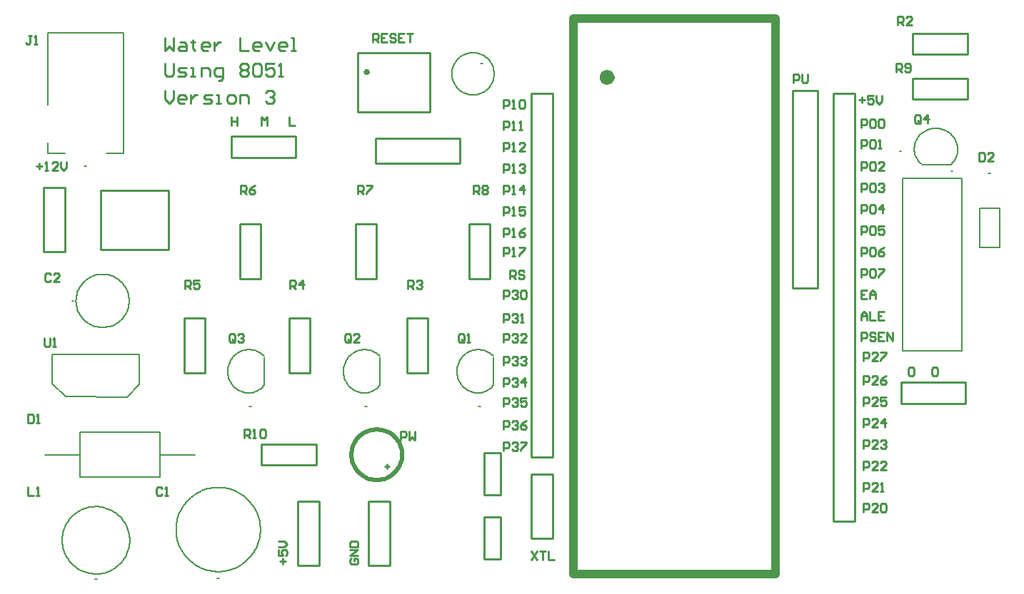
<source format=gto>
G04*
G04 #@! TF.GenerationSoftware,Altium Limited,Altium Designer,18.1.6 (161)*
G04*
G04 Layer_Color=65535*
%FSLAX25Y25*%
%MOIN*%
G70*
G01*
G75*
%ADD10C,0.00500*%
%ADD11C,0.00787*%
%ADD12C,0.01968*%
%ADD13C,0.01000*%
%ADD14C,0.00984*%
%ADD15C,0.00600*%
%ADD16C,0.03937*%
G36*
X166205Y241937D02*
X166009D01*
X165647Y242087D01*
X165370Y242364D01*
X165220Y242725D01*
Y242921D01*
Y243117D01*
X165370Y243479D01*
X165647Y243756D01*
X166009Y243905D01*
X166205D01*
X166401D01*
X166762Y243756D01*
X167039Y243479D01*
X167189Y243117D01*
Y242921D01*
Y242725D01*
X167039Y242364D01*
X166762Y242087D01*
X166401Y241937D01*
X166205D01*
D01*
D02*
G37*
G36*
X278504Y237890D02*
X278012D01*
X277103Y238266D01*
X276408Y238962D01*
X276031Y239870D01*
Y240362D01*
Y240854D01*
X276408Y241763D01*
X277103Y242458D01*
X278012Y242835D01*
X278504D01*
X278996D01*
X279905Y242458D01*
X280600Y241763D01*
X280976Y240854D01*
Y240362D01*
Y239870D01*
X280600Y238962D01*
X279905Y238266D01*
X278996Y237890D01*
X278504D01*
D01*
D02*
G37*
D10*
X421764Y207181D02*
X421812Y206227D01*
X421956Y205283D01*
X422195Y204359D01*
X422526Y203463D01*
X422946Y202605D01*
X423450Y201794D01*
X424033Y201038D01*
X424690Y200345D01*
X425413Y199721D01*
X442169Y207173D02*
X442050Y208150D01*
X441838Y209110D01*
X441535Y210046D01*
X441142Y210948D01*
X440665Y211808D01*
X440107Y212618D01*
X439473Y213370D01*
X438770Y214058D01*
X438004Y214675D01*
X437182Y215215D01*
X436312Y215673D01*
X435402Y216046D01*
X434460Y216329D01*
X433495Y216520D01*
X432516Y216617D01*
X431532Y216619D01*
X430553Y216527D01*
X429587Y216340D01*
X428644Y216061D01*
X427732Y215693D01*
X426860Y215239D01*
X426035Y214702D01*
X425266Y214089D01*
X424560Y213404D01*
X423923Y212655D01*
X423361Y211847D01*
X422880Y210989D01*
X422484Y210089D01*
X422176Y209155D01*
X421960Y208195D01*
X421837Y207220D01*
X439087Y199701D02*
X439820Y200438D01*
X440467Y201252D01*
X441021Y202132D01*
X441476Y203067D01*
X441824Y204046D01*
X442063Y205058D01*
X442190Y206090D01*
X442202Y207130D01*
X116685Y29000D02*
X116660Y29997D01*
X116584Y30992D01*
X116458Y31981D01*
X116282Y32963D01*
X116057Y33934D01*
X115782Y34893D01*
X115460Y35837D01*
X115090Y36763D01*
X114673Y37669D01*
X114212Y38553D01*
X113706Y39413D01*
X113157Y40245D01*
X112566Y41049D01*
X111936Y41822D01*
X111268Y42562D01*
X110562Y43268D01*
X109822Y43936D01*
X109049Y44566D01*
X108245Y45157D01*
X107413Y45706D01*
X106553Y46211D01*
X105669Y46673D01*
X104763Y47090D01*
X103837Y47460D01*
X102893Y47782D01*
X101934Y48057D01*
X100963Y48282D01*
X99981Y48458D01*
X98992Y48584D01*
X97997Y48660D01*
X97000Y48685D01*
X96003Y48660D01*
X95008Y48584D01*
X94019Y48458D01*
X93037Y48282D01*
X92066Y48057D01*
X91107Y47782D01*
X90163Y47460D01*
X89237Y47090D01*
X88331Y46673D01*
X87447Y46211D01*
X86587Y45706D01*
X85755Y45157D01*
X84951Y44566D01*
X84178Y43936D01*
X83438Y43268D01*
X82732Y42562D01*
X82064Y41822D01*
X81433Y41049D01*
X80843Y40245D01*
X80294Y39413D01*
X79788Y38553D01*
X79327Y37669D01*
X78910Y36763D01*
X78540Y35837D01*
X78218Y34893D01*
X77943Y33934D01*
X77718Y32963D01*
X77542Y31981D01*
X77416Y30992D01*
X77340Y29997D01*
X77315Y29000D01*
X77340Y28003D01*
X77416Y27009D01*
X77542Y26019D01*
X77718Y25037D01*
X77943Y24066D01*
X78218Y23107D01*
X78540Y22163D01*
X78910Y21237D01*
X79327Y20331D01*
X79789Y19447D01*
X80294Y18587D01*
X80843Y17754D01*
X81434Y16951D01*
X82064Y16178D01*
X82732Y15438D01*
X83438Y14732D01*
X84178Y14064D01*
X84951Y13433D01*
X85755Y12843D01*
X86587Y12294D01*
X87447Y11788D01*
X88331Y11327D01*
X89237Y10910D01*
X90163Y10540D01*
X91107Y10218D01*
X92066Y9943D01*
X93037Y9718D01*
X94019Y9542D01*
X95009Y9416D01*
X96003Y9340D01*
X97000Y9315D01*
X97997Y9340D01*
X98992Y9416D01*
X99981Y9542D01*
X100963Y9718D01*
X101934Y9943D01*
X102893Y10218D01*
X103837Y10540D01*
X104763Y10910D01*
X105669Y11327D01*
X106553Y11789D01*
X107413Y12294D01*
X108246Y12843D01*
X109049Y13434D01*
X109822Y14064D01*
X110562Y14732D01*
X111268Y15438D01*
X111936Y16178D01*
X112566Y16951D01*
X113157Y17755D01*
X113706Y18587D01*
X114212Y19447D01*
X114673Y20331D01*
X115090Y21237D01*
X115460Y22163D01*
X115782Y23107D01*
X116057Y24066D01*
X116282Y25038D01*
X116458Y26019D01*
X116584Y27009D01*
X116660Y28003D01*
X116685Y29000D01*
X55669Y24000D02*
X55638Y24999D01*
X55543Y25994D01*
X55385Y26980D01*
X55164Y27955D01*
X54883Y28914D01*
X54541Y29853D01*
X54141Y30768D01*
X53683Y31657D01*
X53169Y32514D01*
X52603Y33337D01*
X51985Y34123D01*
X51319Y34867D01*
X50607Y35568D01*
X49851Y36223D01*
X49056Y36828D01*
X48224Y37382D01*
X47359Y37881D01*
X46463Y38325D01*
X45542Y38711D01*
X44597Y39038D01*
X43634Y39304D01*
X42656Y39509D01*
X41667Y39651D01*
X40671Y39730D01*
X39671Y39746D01*
X38673Y39698D01*
X37680Y39588D01*
X36696Y39414D01*
X35725Y39179D01*
X34771Y38882D01*
X33837Y38525D01*
X32928Y38110D01*
X32047Y37638D01*
X31198Y37111D01*
X30384Y36532D01*
X29609Y35902D01*
X28874Y35223D01*
X28185Y34500D01*
X27542Y33735D01*
X26950Y32930D01*
X26410Y32089D01*
X25924Y31216D01*
X25494Y30314D01*
X25123Y29386D01*
X24811Y28437D01*
X24560Y27470D01*
X24371Y26488D01*
X24245Y25497D01*
X24181Y24500D01*
Y23500D01*
X24245Y22503D01*
X24371Y21512D01*
X24560Y20530D01*
X24811Y19563D01*
X25123Y18614D01*
X25494Y17686D01*
X25924Y16784D01*
X26410Y15911D01*
X26950Y15070D01*
X27542Y14265D01*
X28185Y13500D01*
X28874Y12776D01*
X29609Y12098D01*
X30384Y11468D01*
X31198Y10889D01*
X32047Y10362D01*
X32928Y9890D01*
X33837Y9475D01*
X34771Y9118D01*
X35725Y8821D01*
X36696Y8586D01*
X37680Y8412D01*
X38673Y8302D01*
X39671Y8254D01*
X40671Y8270D01*
X41667Y8349D01*
X42656Y8491D01*
X43634Y8696D01*
X44597Y8962D01*
X45542Y9289D01*
X46463Y9675D01*
X47359Y10119D01*
X48224Y10618D01*
X49056Y11172D01*
X49851Y11777D01*
X50606Y12432D01*
X51319Y13133D01*
X51985Y13877D01*
X52603Y14663D01*
X53169Y15486D01*
X53683Y16343D01*
X54141Y17232D01*
X54541Y18147D01*
X54883Y19086D01*
X55164Y20045D01*
X55385Y21020D01*
X55543Y22006D01*
X55638Y23001D01*
X55669Y24000D01*
X110819Y92744D02*
X111773Y92792D01*
X112717Y92937D01*
X113641Y93175D01*
X114537Y93506D01*
X115395Y93926D01*
X116206Y94430D01*
X116962Y95013D01*
X117655Y95670D01*
X118279Y96393D01*
X110827Y113149D02*
X109850Y113031D01*
X108890Y112819D01*
X107954Y112515D01*
X107052Y112123D01*
X106192Y111645D01*
X105382Y111087D01*
X104630Y110454D01*
X103942Y109751D01*
X103325Y108984D01*
X102785Y108163D01*
X102327Y107292D01*
X101954Y106382D01*
X101671Y105440D01*
X101480Y104475D01*
X101383Y103496D01*
X101381Y102513D01*
X101473Y101533D01*
X101660Y100568D01*
X101939Y99624D01*
X102307Y98712D01*
X102761Y97840D01*
X103298Y97016D01*
X103911Y96247D01*
X104596Y95540D01*
X105345Y94903D01*
X106153Y94342D01*
X107011Y93861D01*
X107911Y93464D01*
X108845Y93156D01*
X109804Y92940D01*
X110780Y92817D01*
X118299Y110067D02*
X117562Y110800D01*
X116748Y111448D01*
X115868Y112002D01*
X114933Y112456D01*
X113954Y112805D01*
X112942Y113044D01*
X111910Y113170D01*
X110870Y113182D01*
X164819Y92744D02*
X165773Y92792D01*
X166717Y92937D01*
X167641Y93175D01*
X168537Y93506D01*
X169395Y93926D01*
X170206Y94430D01*
X170962Y95013D01*
X171655Y95670D01*
X172279Y96393D01*
X164827Y113149D02*
X163850Y113031D01*
X162890Y112819D01*
X161954Y112515D01*
X161052Y112123D01*
X160192Y111645D01*
X159382Y111087D01*
X158630Y110454D01*
X157942Y109751D01*
X157325Y108984D01*
X156785Y108163D01*
X156326Y107292D01*
X155954Y106382D01*
X155671Y105440D01*
X155480Y104475D01*
X155383Y103496D01*
X155381Y102513D01*
X155473Y101533D01*
X155660Y100568D01*
X155939Y99624D01*
X156307Y98712D01*
X156761Y97840D01*
X157298Y97016D01*
X157911Y96247D01*
X158596Y95540D01*
X159345Y94903D01*
X160153Y94342D01*
X161011Y93861D01*
X161911Y93464D01*
X162845Y93156D01*
X163804Y92940D01*
X164780Y92817D01*
X172299Y110067D02*
X171562Y110800D01*
X170748Y111448D01*
X169869Y112002D01*
X168933Y112456D01*
X167954Y112805D01*
X166942Y113044D01*
X165910Y113170D01*
X164870Y113182D01*
X217819Y92744D02*
X218773Y92792D01*
X219717Y92937D01*
X220641Y93175D01*
X221537Y93506D01*
X222395Y93926D01*
X223206Y94430D01*
X223962Y95013D01*
X224655Y95670D01*
X225279Y96393D01*
X217827Y113149D02*
X216850Y113031D01*
X215890Y112819D01*
X214954Y112515D01*
X214052Y112123D01*
X213192Y111645D01*
X212382Y111087D01*
X211630Y110454D01*
X210942Y109751D01*
X210325Y108984D01*
X209785Y108163D01*
X209327Y107292D01*
X208954Y106382D01*
X208671Y105440D01*
X208480Y104475D01*
X208383Y103496D01*
X208381Y102513D01*
X208473Y101533D01*
X208660Y100568D01*
X208939Y99624D01*
X209307Y98712D01*
X209761Y97840D01*
X210298Y97016D01*
X210911Y96247D01*
X211596Y95540D01*
X212345Y94903D01*
X213153Y94342D01*
X214011Y93861D01*
X214911Y93464D01*
X215845Y93156D01*
X216805Y92940D01*
X217780Y92817D01*
X225299Y110067D02*
X224562Y110800D01*
X223748Y111448D01*
X222868Y112002D01*
X221933Y112456D01*
X220954Y112805D01*
X219942Y113044D01*
X218910Y113170D01*
X217870Y113182D01*
X430425Y199701D02*
X433575D01*
X425701D02*
X428850D01*
X435150D02*
X438693D01*
X428850D02*
X430425D01*
X433575D02*
X435150D01*
X452354Y179124D02*
X461646D01*
X452354Y160876D02*
Y179124D01*
Y160876D02*
X461646D01*
Y179124D01*
X444031Y112638D02*
Y193347D01*
X416472Y112638D02*
Y193347D01*
Y112638D02*
X416492D01*
X425508D02*
X444031D01*
X416472Y193347D02*
X416492D01*
X444012D02*
X444031D01*
X425508D02*
X434996D01*
X416492Y112638D02*
X425508D01*
X416492Y193347D02*
X425508D01*
X434996D02*
X444012D01*
X118299Y101406D02*
Y104555D01*
Y96681D02*
Y99831D01*
Y106130D02*
Y109673D01*
Y99831D02*
Y101406D01*
Y104555D02*
Y106130D01*
X172299Y101406D02*
Y104555D01*
Y96681D02*
Y99831D01*
Y106130D02*
Y109673D01*
Y99831D02*
Y101406D01*
Y104555D02*
Y106130D01*
X225299Y101406D02*
Y104555D01*
Y96681D02*
Y99831D01*
Y106130D02*
Y109673D01*
Y99831D02*
Y101406D01*
Y104555D02*
Y106130D01*
D11*
X415902Y206000D02*
X415114D01*
X415902D01*
X457394Y195591D02*
X456606D01*
X457394D01*
X439898Y196398D02*
X439110D01*
X439898D01*
X97394Y6362D02*
X96606D01*
X97394D01*
X40315Y5890D02*
X39528D01*
X40315D01*
X55402Y135902D02*
X55361Y136899D01*
X55241Y137891D01*
X55041Y138870D01*
X54763Y139829D01*
X54409Y140763D01*
X53981Y141665D01*
X53482Y142530D01*
X52914Y143352D01*
X52283Y144125D01*
X51591Y144846D01*
X50843Y145508D01*
X50045Y146108D01*
X49201Y146642D01*
X48316Y147106D01*
X47398Y147497D01*
X46450Y147813D01*
X45481Y148053D01*
X44495Y148213D01*
X43499Y148293D01*
X42501D01*
X41505Y148213D01*
X40519Y148053D01*
X39550Y147813D01*
X38602Y147497D01*
X37683Y147106D01*
X36799Y146642D01*
X35955Y146108D01*
X35157Y145508D01*
X34409Y144846D01*
X33717Y144125D01*
X33086Y143352D01*
X32518Y142530D01*
X32019Y141665D01*
X31591Y140763D01*
X31237Y139829D01*
X30959Y138870D01*
X30759Y137891D01*
X30639Y136899D01*
X30598Y135902D01*
X30639Y134904D01*
X30759Y133912D01*
X30959Y132934D01*
X31237Y131974D01*
X31591Y131041D01*
X32019Y130138D01*
X32518Y129273D01*
X33086Y128451D01*
X33717Y127678D01*
X34409Y126957D01*
X35157Y126295D01*
X35955Y125695D01*
X36799Y125162D01*
X37684Y124697D01*
X38602Y124306D01*
X39550Y123990D01*
X40519Y123751D01*
X41505Y123590D01*
X42501Y123510D01*
X43499D01*
X44495Y123590D01*
X45481Y123751D01*
X46450Y123990D01*
X47398Y124306D01*
X48316Y124697D01*
X49201Y125162D01*
X50045Y125695D01*
X50843Y126295D01*
X51591Y126957D01*
X52283Y127678D01*
X52914Y128451D01*
X53482Y129273D01*
X53981Y130138D01*
X54409Y131041D01*
X54763Y131974D01*
X55041Y132934D01*
X55241Y133912D01*
X55361Y134904D01*
X55402Y135902D01*
X29417Y136000D02*
X28630D01*
X29417D01*
X35394Y198929D02*
X34606D01*
X35394D01*
X112394Y86488D02*
X111606D01*
X112394D01*
X166394D02*
X165606D01*
X166394D01*
X219394D02*
X218606D01*
X219394D01*
X220331Y246965D02*
X219543D01*
X220331D01*
X225744Y242043D02*
X225694Y243039D01*
X225543Y244025D01*
X225293Y244990D01*
X224946Y245925D01*
X224507Y246820D01*
X223980Y247666D01*
X223370Y248454D01*
X222683Y249177D01*
X221926Y249827D01*
X221108Y250396D01*
X220236Y250880D01*
X219320Y251273D01*
X218369Y251572D01*
X217392Y251772D01*
X216400Y251873D01*
X215403D01*
X214411Y251772D01*
X213435Y251572D01*
X212483Y251273D01*
X211567Y250880D01*
X210695Y250396D01*
X209877Y249827D01*
X209120Y249177D01*
X208434Y248454D01*
X207823Y247666D01*
X207296Y246820D01*
X206857Y245925D01*
X206510Y244990D01*
X206260Y244025D01*
X206109Y243039D01*
X206059Y242043D01*
X206109Y241048D01*
X206260Y240062D01*
X206510Y239097D01*
X206857Y238162D01*
X207296Y237267D01*
X207823Y236421D01*
X208434Y235632D01*
X209120Y234910D01*
X209877Y234260D01*
X210695Y233691D01*
X211567Y233207D01*
X212483Y232814D01*
X213435Y232515D01*
X214411Y232314D01*
X215403Y232213D01*
X216400D01*
X217392Y232314D01*
X218369Y232515D01*
X219320Y232814D01*
X220236Y233207D01*
X221108Y233691D01*
X221926Y234260D01*
X222683Y234910D01*
X223370Y235632D01*
X223980Y236421D01*
X224507Y237267D01*
X224946Y238162D01*
X225293Y239097D01*
X225543Y240062D01*
X225694Y241048D01*
X225744Y242043D01*
X32299Y53567D02*
X69701D01*
X32299D02*
Y74433D01*
X69701D01*
Y53567D02*
Y74433D01*
X69898Y64000D02*
X86000D01*
X16000D02*
X32102D01*
X44646Y204835D02*
X52716D01*
X17284Y261134D02*
X52716D01*
X17284Y227472D02*
Y261134D01*
Y204835D02*
X25354D01*
X17284D02*
Y209756D01*
X52716Y204835D02*
Y261134D01*
D12*
X280976Y240362D02*
X280788Y241308D01*
X280252Y242110D01*
X279450Y242647D01*
X278504Y242835D01*
X277558Y242647D01*
X276756Y242110D01*
X276220Y241308D01*
X276031Y240362D01*
X276220Y239416D01*
X276756Y238614D01*
X277558Y238078D01*
X278504Y237890D01*
X279450Y238078D01*
X280252Y238614D01*
X280788Y239416D01*
X280976Y240362D01*
X182811Y64000D02*
X182768Y65002D01*
X182641Y65996D01*
X182430Y66976D01*
X182136Y67935D01*
X181763Y68865D01*
X181311Y69760D01*
X180786Y70614D01*
X180189Y71420D01*
X179527Y72172D01*
X178803Y72866D01*
X178023Y73496D01*
X177193Y74057D01*
X176317Y74546D01*
X175404Y74959D01*
X174459Y75293D01*
X173488Y75546D01*
X172500Y75715D01*
X171501Y75800D01*
X170499D01*
X169500Y75715D01*
X168512Y75546D01*
X167542Y75293D01*
X166596Y74959D01*
X165683Y74546D01*
X164807Y74057D01*
X163977Y73496D01*
X163197Y72866D01*
X162473Y72172D01*
X161811Y71420D01*
X161214Y70614D01*
X160689Y69760D01*
X160238Y68865D01*
X159864Y67935D01*
X159570Y66976D01*
X159359Y65996D01*
X159231Y65002D01*
X159189Y64000D01*
X159231Y62998D01*
X159359Y62004D01*
X159570Y61024D01*
X159864Y60065D01*
X160238Y59135D01*
X160689Y58240D01*
X161214Y57386D01*
X161811Y56580D01*
X162473Y55827D01*
X163197Y55134D01*
X163977Y54504D01*
X164807Y53943D01*
X165683Y53454D01*
X166596Y53041D01*
X167542Y52707D01*
X168512Y52454D01*
X169500Y52285D01*
X170499Y52200D01*
X171501D01*
X172500Y52285D01*
X173488Y52454D01*
X174459Y52707D01*
X175404Y53041D01*
X176317Y53454D01*
X177193Y53943D01*
X178023Y54504D01*
X178803Y55134D01*
X179527Y55827D01*
X180189Y56580D01*
X180786Y57386D01*
X181311Y58240D01*
X181763Y59135D01*
X182136Y60065D01*
X182430Y61024D01*
X182641Y62004D01*
X182768Y62998D01*
X182811Y64000D01*
D13*
X167189Y242921D02*
X166697Y243774D01*
X165713D01*
X165220Y242921D01*
X165713Y242069D01*
X166697D01*
X167189Y242921D01*
X170921Y146205D02*
Y171795D01*
X161079Y146205D02*
X170921D01*
X161079D02*
Y171795D01*
X170921D01*
X223921Y146205D02*
Y171795D01*
X214079Y146205D02*
X223921D01*
X214079D02*
Y171795D01*
X223921D01*
X117205Y59079D02*
X142795D01*
X117205D02*
Y68921D01*
X142795D01*
Y59079D02*
Y68921D01*
X421224Y230079D02*
X446815D01*
X421224D02*
Y239921D01*
X446815D01*
Y230079D02*
Y239921D01*
X421224Y260921D02*
X446815D01*
Y251079D02*
Y260921D01*
X421224Y251079D02*
X446815D01*
X421224D02*
Y260921D01*
X73748Y159827D02*
Y187386D01*
X42252Y159827D02*
X73748D01*
X42252D02*
Y187386D01*
X73748D01*
X116921Y146205D02*
Y171795D01*
X107079Y146205D02*
X116921D01*
X107079D02*
Y171795D01*
X116921D01*
X90921Y102205D02*
Y127795D01*
X81079Y102205D02*
X90921D01*
X81079D02*
Y127795D01*
X90921D01*
X139921Y102205D02*
Y127795D01*
X130079Y102205D02*
X139921D01*
X130079D02*
Y127795D01*
X139921D01*
X194921Y102205D02*
Y127795D01*
X185079Y102205D02*
X194921D01*
X185079D02*
Y127795D01*
X194921D01*
X365094Y141740D02*
Y234260D01*
Y141740D02*
X376905D01*
Y234260D01*
X365094D02*
X376905D01*
X221063Y45158D02*
Y64842D01*
X228937Y45158D02*
Y64842D01*
X221063Y64842D02*
X228937Y64842D01*
X221063Y45158D02*
X228937D01*
X221063Y15157D02*
Y34843D01*
X228937Y15157D02*
Y34843D01*
X221063Y34843D02*
X228937Y34843D01*
X221063Y15157D02*
X228937D01*
X162268Y251780D02*
X195732D01*
X162268Y224220D02*
Y251780D01*
Y224220D02*
X195732D01*
Y251780D01*
X170315Y200095D02*
X209685D01*
X170315D02*
Y211906D01*
X209685D01*
Y200095D02*
Y211906D01*
X230000Y66000D02*
Y69999D01*
X231999D01*
X232666Y69332D01*
Y67999D01*
X231999Y67333D01*
X230000D01*
X233999Y69332D02*
X234665Y69999D01*
X235998D01*
X236665Y69332D01*
Y68666D01*
X235998Y67999D01*
X235332D01*
X235998D01*
X236665Y67333D01*
Y66666D01*
X235998Y66000D01*
X234665D01*
X233999Y66666D01*
X237997Y69999D02*
X240663D01*
Y69332D01*
X237997Y66666D01*
Y66000D01*
X230000Y76000D02*
Y79999D01*
X231999D01*
X232666Y79332D01*
Y77999D01*
X231999Y77333D01*
X230000D01*
X233999Y79332D02*
X234665Y79999D01*
X235998D01*
X236665Y79332D01*
Y78666D01*
X235998Y77999D01*
X235332D01*
X235998D01*
X236665Y77333D01*
Y76666D01*
X235998Y76000D01*
X234665D01*
X233999Y76666D01*
X240663Y79999D02*
X239330Y79332D01*
X237997Y77999D01*
Y76666D01*
X238664Y76000D01*
X239997D01*
X240663Y76666D01*
Y77333D01*
X239997Y77999D01*
X237997D01*
X230000Y86488D02*
Y90487D01*
X231999D01*
X232666Y89820D01*
Y88487D01*
X231999Y87821D01*
X230000D01*
X233999Y89820D02*
X234665Y90487D01*
X235998D01*
X236665Y89820D01*
Y89154D01*
X235998Y88487D01*
X235332D01*
X235998D01*
X236665Y87821D01*
Y87155D01*
X235998Y86488D01*
X234665D01*
X233999Y87155D01*
X240663Y90487D02*
X237997D01*
Y88487D01*
X239330Y89154D01*
X239997D01*
X240663Y88487D01*
Y87155D01*
X239997Y86488D01*
X238664D01*
X237997Y87155D01*
X230000Y96000D02*
Y99999D01*
X231999D01*
X232666Y99332D01*
Y97999D01*
X231999Y97333D01*
X230000D01*
X233999Y99332D02*
X234665Y99999D01*
X235998D01*
X236665Y99332D01*
Y98666D01*
X235998Y97999D01*
X235332D01*
X235998D01*
X236665Y97333D01*
Y96666D01*
X235998Y96000D01*
X234665D01*
X233999Y96666D01*
X239997Y96000D02*
Y99999D01*
X237997Y97999D01*
X240663D01*
X230000Y106000D02*
Y109999D01*
X231999D01*
X232666Y109332D01*
Y107999D01*
X231999Y107333D01*
X230000D01*
X233999Y109332D02*
X234665Y109999D01*
X235998D01*
X236665Y109332D01*
Y108666D01*
X235998Y107999D01*
X235332D01*
X235998D01*
X236665Y107333D01*
Y106667D01*
X235998Y106000D01*
X234665D01*
X233999Y106667D01*
X237997Y109332D02*
X238664Y109999D01*
X239997D01*
X240663Y109332D01*
Y108666D01*
X239997Y107999D01*
X239330D01*
X239997D01*
X240663Y107333D01*
Y106667D01*
X239997Y106000D01*
X238664D01*
X237997Y106667D01*
X230000Y116480D02*
Y120479D01*
X231999D01*
X232666Y119813D01*
Y118480D01*
X231999Y117813D01*
X230000D01*
X233999Y119813D02*
X234665Y120479D01*
X235998D01*
X236665Y119813D01*
Y119146D01*
X235998Y118480D01*
X235332D01*
X235998D01*
X236665Y117813D01*
Y117147D01*
X235998Y116480D01*
X234665D01*
X233999Y117147D01*
X240663Y116480D02*
X237997D01*
X240663Y119146D01*
Y119813D01*
X239997Y120479D01*
X238664D01*
X237997Y119813D01*
X230000Y126000D02*
Y129999D01*
X231999D01*
X232666Y129332D01*
Y127999D01*
X231999Y127333D01*
X230000D01*
X233999Y129332D02*
X234665Y129999D01*
X235998D01*
X236665Y129332D01*
Y128666D01*
X235998Y127999D01*
X235332D01*
X235998D01*
X236665Y127333D01*
Y126666D01*
X235998Y126000D01*
X234665D01*
X233999Y126666D01*
X237997Y126000D02*
X239330D01*
X238664D01*
Y129999D01*
X237997Y129332D01*
X230000Y137000D02*
Y140999D01*
X231999D01*
X232666Y140332D01*
Y138999D01*
X231999Y138333D01*
X230000D01*
X233999Y140332D02*
X234665Y140999D01*
X235998D01*
X236665Y140332D01*
Y139666D01*
X235998Y138999D01*
X235332D01*
X235998D01*
X236665Y138333D01*
Y137666D01*
X235998Y137000D01*
X234665D01*
X233999Y137666D01*
X237997Y140332D02*
X238664Y140999D01*
X239997D01*
X240663Y140332D01*
Y137666D01*
X239997Y137000D01*
X238664D01*
X237997Y137666D01*
Y140332D01*
X233000Y146205D02*
Y150203D01*
X234999D01*
X235666Y149537D01*
Y148204D01*
X234999Y147538D01*
X233000D01*
X234333D02*
X235666Y146205D01*
X239665Y149537D02*
X238998Y150203D01*
X237665D01*
X236999Y149537D01*
Y148871D01*
X237665Y148204D01*
X238998D01*
X239665Y147538D01*
Y146871D01*
X238998Y146205D01*
X237665D01*
X236999Y146871D01*
X230000Y157000D02*
Y160999D01*
X231999D01*
X232666Y160332D01*
Y158999D01*
X231999Y158333D01*
X230000D01*
X233999Y157000D02*
X235332D01*
X234665D01*
Y160999D01*
X233999Y160332D01*
X237331Y160999D02*
X239997D01*
Y160332D01*
X237331Y157667D01*
Y157000D01*
X230000Y166000D02*
Y169999D01*
X231999D01*
X232666Y169332D01*
Y167999D01*
X231999Y167333D01*
X230000D01*
X233999Y166000D02*
X235332D01*
X234665D01*
Y169999D01*
X233999Y169332D01*
X239997Y169999D02*
X238664Y169332D01*
X237331Y167999D01*
Y166666D01*
X237997Y166000D01*
X239330D01*
X239997Y166666D01*
Y167333D01*
X239330Y167999D01*
X237331D01*
X230000Y176000D02*
Y179999D01*
X231999D01*
X232666Y179332D01*
Y177999D01*
X231999Y177333D01*
X230000D01*
X233999Y176000D02*
X235332D01*
X234665D01*
Y179999D01*
X233999Y179332D01*
X239997Y179999D02*
X237331D01*
Y177999D01*
X238664Y178666D01*
X239330D01*
X239997Y177999D01*
Y176666D01*
X239330Y176000D01*
X237997D01*
X237331Y176666D01*
X230000Y186000D02*
Y189999D01*
X231999D01*
X232666Y189332D01*
Y187999D01*
X231999Y187333D01*
X230000D01*
X233999Y186000D02*
X235332D01*
X234665D01*
Y189999D01*
X233999Y189332D01*
X239330Y186000D02*
Y189999D01*
X237331Y187999D01*
X239997D01*
X230000Y196000D02*
Y199999D01*
X231999D01*
X232666Y199332D01*
Y197999D01*
X231999Y197333D01*
X230000D01*
X233999Y196000D02*
X235332D01*
X234665D01*
Y199999D01*
X233999Y199332D01*
X237331D02*
X237997Y199999D01*
X239330D01*
X239997Y199332D01*
Y198666D01*
X239330Y197999D01*
X238664D01*
X239330D01*
X239997Y197333D01*
Y196667D01*
X239330Y196000D01*
X237997D01*
X237331Y196667D01*
X230000Y206000D02*
Y209999D01*
X231999D01*
X232666Y209332D01*
Y207999D01*
X231999Y207333D01*
X230000D01*
X233999Y206000D02*
X235332D01*
X234665D01*
Y209999D01*
X233999Y209332D01*
X239997Y206000D02*
X237331D01*
X239997Y208666D01*
Y209332D01*
X239330Y209999D01*
X237997D01*
X237331Y209332D01*
X230000Y216000D02*
Y219999D01*
X231999D01*
X232666Y219332D01*
Y217999D01*
X231999Y217333D01*
X230000D01*
X233999Y216000D02*
X235332D01*
X234665D01*
Y219999D01*
X233999Y219332D01*
X237331Y216000D02*
X238664D01*
X237997D01*
Y219999D01*
X237331Y219332D01*
X230000Y226000D02*
Y229999D01*
X231999D01*
X232666Y229332D01*
Y227999D01*
X231999Y227333D01*
X230000D01*
X233999Y226000D02*
X235332D01*
X234665D01*
Y229999D01*
X233999Y229332D01*
X237331D02*
X237997Y229999D01*
X239330D01*
X239997Y229332D01*
Y226666D01*
X239330Y226000D01*
X237997D01*
X237331Y226666D01*
Y229332D01*
X398000Y108000D02*
Y111999D01*
X399999D01*
X400666Y111332D01*
Y109999D01*
X399999Y109333D01*
X398000D01*
X404665Y108000D02*
X401999D01*
X404665Y110666D01*
Y111332D01*
X403998Y111999D01*
X402665D01*
X401999Y111332D01*
X405997Y111999D02*
X408663D01*
Y111332D01*
X405997Y108667D01*
Y108000D01*
X398000Y97000D02*
Y100999D01*
X399999D01*
X400666Y100332D01*
Y98999D01*
X399999Y98333D01*
X398000D01*
X404665Y97000D02*
X401999D01*
X404665Y99666D01*
Y100332D01*
X403998Y100999D01*
X402665D01*
X401999Y100332D01*
X408663Y100999D02*
X407330Y100332D01*
X405997Y98999D01*
Y97666D01*
X406664Y97000D01*
X407997D01*
X408663Y97666D01*
Y98333D01*
X407997Y98999D01*
X405997D01*
X398000Y87000D02*
Y90999D01*
X399999D01*
X400666Y90332D01*
Y88999D01*
X399999Y88333D01*
X398000D01*
X404665Y87000D02*
X401999D01*
X404665Y89666D01*
Y90332D01*
X403998Y90999D01*
X402665D01*
X401999Y90332D01*
X408663Y90999D02*
X405997D01*
Y88999D01*
X407330Y89666D01*
X407997D01*
X408663Y88999D01*
Y87666D01*
X407997Y87000D01*
X406664D01*
X405997Y87666D01*
X398000Y77000D02*
Y80999D01*
X399999D01*
X400666Y80332D01*
Y78999D01*
X399999Y78333D01*
X398000D01*
X404665Y77000D02*
X401999D01*
X404665Y79666D01*
Y80332D01*
X403998Y80999D01*
X402665D01*
X401999Y80332D01*
X407997Y77000D02*
Y80999D01*
X405997Y78999D01*
X408663D01*
X398000Y67000D02*
Y70999D01*
X399999D01*
X400666Y70332D01*
Y68999D01*
X399999Y68333D01*
X398000D01*
X404665Y67000D02*
X401999D01*
X404665Y69666D01*
Y70332D01*
X403998Y70999D01*
X402665D01*
X401999Y70332D01*
X405997D02*
X406664Y70999D01*
X407997D01*
X408663Y70332D01*
Y69666D01*
X407997Y68999D01*
X407330D01*
X407997D01*
X408663Y68333D01*
Y67666D01*
X407997Y67000D01*
X406664D01*
X405997Y67666D01*
X398000Y57000D02*
Y60999D01*
X399999D01*
X400666Y60332D01*
Y58999D01*
X399999Y58333D01*
X398000D01*
X404665Y57000D02*
X401999D01*
X404665Y59666D01*
Y60332D01*
X403998Y60999D01*
X402665D01*
X401999Y60332D01*
X408663Y57000D02*
X405997D01*
X408663Y59666D01*
Y60332D01*
X407997Y60999D01*
X406664D01*
X405997Y60332D01*
X398000Y47000D02*
Y50999D01*
X399999D01*
X400666Y50332D01*
Y48999D01*
X399999Y48333D01*
X398000D01*
X404665Y47000D02*
X401999D01*
X404665Y49666D01*
Y50332D01*
X403998Y50999D01*
X402665D01*
X401999Y50332D01*
X405997Y47000D02*
X407330D01*
X406664D01*
Y50999D01*
X405997Y50332D01*
X398000Y37118D02*
Y41117D01*
X399999D01*
X400666Y40450D01*
Y39118D01*
X399999Y38451D01*
X398000D01*
X404665Y37118D02*
X401999D01*
X404665Y39784D01*
Y40450D01*
X403998Y41117D01*
X402665D01*
X401999Y40450D01*
X405997D02*
X406664Y41117D01*
X407997D01*
X408663Y40450D01*
Y37785D01*
X407997Y37118D01*
X406664D01*
X405997Y37785D01*
Y40450D01*
X397000Y117165D02*
Y121164D01*
X398999D01*
X399666Y120498D01*
Y119165D01*
X398999Y118498D01*
X397000D01*
X403664Y120498D02*
X402998Y121164D01*
X401665D01*
X400999Y120498D01*
Y119831D01*
X401665Y119165D01*
X402998D01*
X403664Y118498D01*
Y117832D01*
X402998Y117165D01*
X401665D01*
X400999Y117832D01*
X407663Y121164D02*
X404997D01*
Y117165D01*
X407663D01*
X404997Y119165D02*
X406330D01*
X408996Y117165D02*
Y121164D01*
X411662Y117165D01*
Y121164D01*
X397000Y127000D02*
Y129666D01*
X398333Y130999D01*
X399666Y129666D01*
Y127000D01*
Y128999D01*
X397000D01*
X400999Y130999D02*
Y127000D01*
X403664D01*
X407663Y130999D02*
X404997D01*
Y127000D01*
X407663D01*
X404997Y128999D02*
X406330D01*
X399666Y140999D02*
X397000D01*
Y137000D01*
X399666D01*
X397000Y138999D02*
X398333D01*
X400999Y137000D02*
Y139666D01*
X402332Y140999D01*
X403664Y139666D01*
Y137000D01*
Y138999D01*
X400999D01*
X397000Y147000D02*
Y150999D01*
X398999D01*
X399666Y150332D01*
Y148999D01*
X398999Y148333D01*
X397000D01*
X400999Y150332D02*
X401665Y150999D01*
X402998D01*
X403664Y150332D01*
Y147667D01*
X402998Y147000D01*
X401665D01*
X400999Y147667D01*
Y150332D01*
X404997Y150999D02*
X407663D01*
Y150332D01*
X404997Y147667D01*
Y147000D01*
X397000Y157000D02*
Y160999D01*
X398999D01*
X399666Y160332D01*
Y158999D01*
X398999Y158333D01*
X397000D01*
X400999Y160332D02*
X401665Y160999D01*
X402998D01*
X403664Y160332D01*
Y157667D01*
X402998Y157000D01*
X401665D01*
X400999Y157667D01*
Y160332D01*
X407663Y160999D02*
X406330Y160332D01*
X404997Y158999D01*
Y157667D01*
X405664Y157000D01*
X406997D01*
X407663Y157667D01*
Y158333D01*
X406997Y158999D01*
X404997D01*
X397000Y167000D02*
Y170999D01*
X398999D01*
X399666Y170332D01*
Y168999D01*
X398999Y168333D01*
X397000D01*
X400999Y170332D02*
X401665Y170999D01*
X402998D01*
X403664Y170332D01*
Y167666D01*
X402998Y167000D01*
X401665D01*
X400999Y167666D01*
Y170332D01*
X407663Y170999D02*
X404997D01*
Y168999D01*
X406330Y169666D01*
X406997D01*
X407663Y168999D01*
Y167666D01*
X406997Y167000D01*
X405664D01*
X404997Y167666D01*
X397000Y177000D02*
Y180999D01*
X398999D01*
X399666Y180332D01*
Y178999D01*
X398999Y178333D01*
X397000D01*
X400999Y180332D02*
X401665Y180999D01*
X402998D01*
X403664Y180332D01*
Y177666D01*
X402998Y177000D01*
X401665D01*
X400999Y177666D01*
Y180332D01*
X406997Y177000D02*
Y180999D01*
X404997Y178999D01*
X407663D01*
X397000Y187000D02*
Y190999D01*
X398999D01*
X399666Y190332D01*
Y188999D01*
X398999Y188333D01*
X397000D01*
X400999Y190332D02*
X401665Y190999D01*
X402998D01*
X403664Y190332D01*
Y187666D01*
X402998Y187000D01*
X401665D01*
X400999Y187666D01*
Y190332D01*
X404997D02*
X405664Y190999D01*
X406997D01*
X407663Y190332D01*
Y189666D01*
X406997Y188999D01*
X406330D01*
X406997D01*
X407663Y188333D01*
Y187666D01*
X406997Y187000D01*
X405664D01*
X404997Y187666D01*
X397000Y197000D02*
Y200999D01*
X398999D01*
X399666Y200332D01*
Y198999D01*
X398999Y198333D01*
X397000D01*
X400999Y200332D02*
X401665Y200999D01*
X402998D01*
X403664Y200332D01*
Y197667D01*
X402998Y197000D01*
X401665D01*
X400999Y197667D01*
Y200332D01*
X407663Y197000D02*
X404997D01*
X407663Y199666D01*
Y200332D01*
X406997Y200999D01*
X405664D01*
X404997Y200332D01*
X397000Y207130D02*
Y211129D01*
X398999D01*
X399666Y210462D01*
Y209129D01*
X398999Y208463D01*
X397000D01*
X400999Y210462D02*
X401665Y211129D01*
X402998D01*
X403664Y210462D01*
Y207796D01*
X402998Y207130D01*
X401665D01*
X400999Y207796D01*
Y210462D01*
X404997Y207130D02*
X406330D01*
X405664D01*
Y211129D01*
X404997Y210462D01*
X397000Y217000D02*
Y220999D01*
X398999D01*
X399666Y220332D01*
Y218999D01*
X398999Y218333D01*
X397000D01*
X400999Y220332D02*
X401665Y220999D01*
X402998D01*
X403664Y220332D01*
Y217666D01*
X402998Y217000D01*
X401665D01*
X400999Y217666D01*
Y220332D01*
X404997D02*
X405664Y220999D01*
X406997D01*
X407663Y220332D01*
Y217666D01*
X406997Y217000D01*
X405664D01*
X404997Y217666D01*
Y220332D01*
X396000Y229999D02*
X398666D01*
X397333Y231332D02*
Y228666D01*
X402665Y231999D02*
X399999D01*
Y229999D01*
X401332Y230666D01*
X401998D01*
X402665Y229999D01*
Y228666D01*
X401998Y228000D01*
X400665D01*
X399999Y228666D01*
X403997Y231999D02*
Y229333D01*
X405330Y228000D01*
X406663Y229333D01*
Y231999D01*
X72000Y234156D02*
Y230157D01*
X73999Y228157D01*
X75999Y230157D01*
Y234156D01*
X80997Y228157D02*
X78998D01*
X77998Y229157D01*
Y231156D01*
X78998Y232156D01*
X80997D01*
X81997Y231156D01*
Y230157D01*
X77998D01*
X83996Y232156D02*
Y228157D01*
Y230157D01*
X84996Y231156D01*
X85996Y232156D01*
X86995D01*
X89994Y228157D02*
X92993D01*
X93993Y229157D01*
X92993Y230157D01*
X90994D01*
X89994Y231156D01*
X90994Y232156D01*
X93993D01*
X95992Y228157D02*
X97992D01*
X96992D01*
Y232156D01*
X95992D01*
X101990Y228157D02*
X103990D01*
X104989Y229157D01*
Y231156D01*
X103990Y232156D01*
X101990D01*
X100991Y231156D01*
Y229157D01*
X101990Y228157D01*
X106989D02*
Y232156D01*
X109988D01*
X110987Y231156D01*
Y228157D01*
X118985Y233156D02*
X119984Y234156D01*
X121984D01*
X122984Y233156D01*
Y232156D01*
X121984Y231156D01*
X120984D01*
X121984D01*
X122984Y230157D01*
Y229157D01*
X121984Y228157D01*
X119984D01*
X118985Y229157D01*
X72000Y246998D02*
Y242000D01*
X73000Y241000D01*
X74999D01*
X75999Y242000D01*
Y246998D01*
X77998Y241000D02*
X80997D01*
X81997Y242000D01*
X80997Y242999D01*
X78998D01*
X77998Y243999D01*
X78998Y244999D01*
X81997D01*
X83996Y241000D02*
X85996D01*
X84996D01*
Y244999D01*
X83996D01*
X88994Y241000D02*
Y244999D01*
X91993D01*
X92993Y243999D01*
Y241000D01*
X96992Y239001D02*
X97992D01*
X98991Y240000D01*
Y244999D01*
X95992D01*
X94993Y243999D01*
Y242000D01*
X95992Y241000D01*
X98991D01*
X106989Y245998D02*
X107988Y246998D01*
X109988D01*
X110987Y245998D01*
Y244999D01*
X109988Y243999D01*
X110987Y242999D01*
Y242000D01*
X109988Y241000D01*
X107988D01*
X106989Y242000D01*
Y242999D01*
X107988Y243999D01*
X106989Y244999D01*
Y245998D01*
X107988Y243999D02*
X109988D01*
X112987Y245998D02*
X113986Y246998D01*
X115986D01*
X116985Y245998D01*
Y242000D01*
X115986Y241000D01*
X113986D01*
X112987Y242000D01*
Y245998D01*
X122984Y246998D02*
X118985D01*
Y243999D01*
X120984Y244999D01*
X121984D01*
X122984Y243999D01*
Y242000D01*
X121984Y241000D01*
X119984D01*
X118985Y242000D01*
X124983Y241000D02*
X126982D01*
X125982D01*
Y246998D01*
X124983Y245998D01*
X72000Y258998D02*
Y253000D01*
X73999Y254999D01*
X75999Y253000D01*
Y258998D01*
X78998Y256999D02*
X80997D01*
X81997Y255999D01*
Y253000D01*
X78998D01*
X77998Y254000D01*
X78998Y254999D01*
X81997D01*
X84996Y257998D02*
Y256999D01*
X83996D01*
X85996D01*
X84996D01*
Y254000D01*
X85996Y253000D01*
X91993D02*
X89994D01*
X88994Y254000D01*
Y255999D01*
X89994Y256999D01*
X91993D01*
X92993Y255999D01*
Y254999D01*
X88994D01*
X94993Y256999D02*
Y253000D01*
Y254999D01*
X95992Y255999D01*
X96992Y256999D01*
X97992D01*
X106989Y258998D02*
Y253000D01*
X110987D01*
X115986D02*
X113986D01*
X112987Y254000D01*
Y255999D01*
X113986Y256999D01*
X115986D01*
X116985Y255999D01*
Y254999D01*
X112987D01*
X118985Y256999D02*
X120984Y253000D01*
X122984Y256999D01*
X127982Y253000D02*
X125982D01*
X124983Y254000D01*
Y255999D01*
X125982Y256999D01*
X127982D01*
X128982Y255999D01*
Y254999D01*
X124983D01*
X130981Y253000D02*
X132980D01*
X131981D01*
Y258998D01*
X130981D01*
X169000Y257000D02*
Y260999D01*
X170999D01*
X171666Y260332D01*
Y258999D01*
X170999Y258333D01*
X169000D01*
X170333D02*
X171666Y257000D01*
X175664Y260999D02*
X172999D01*
Y257000D01*
X175664D01*
X172999Y258999D02*
X174332D01*
X179663Y260332D02*
X178997Y260999D01*
X177664D01*
X176997Y260332D01*
Y259666D01*
X177664Y258999D01*
X178997D01*
X179663Y258333D01*
Y257666D01*
X178997Y257000D01*
X177664D01*
X176997Y257666D01*
X183662Y260999D02*
X180996D01*
Y257000D01*
X183662D01*
X180996Y258999D02*
X182329D01*
X184995Y260999D02*
X187661D01*
X186328D01*
Y257000D01*
X431999Y104979D02*
X430666D01*
X430000Y104313D01*
Y101647D01*
X430666Y100980D01*
X431999D01*
X432666Y101647D01*
Y104313D01*
X431999Y104979D01*
X420999Y104999D02*
X419666D01*
X419000Y104332D01*
Y101666D01*
X419666Y101000D01*
X420999D01*
X421666Y101666D01*
Y104332D01*
X420999Y104999D01*
X243000Y18999D02*
X245666Y15000D01*
Y18999D02*
X243000Y15000D01*
X246999Y18999D02*
X249664D01*
X248332D01*
Y15000D01*
X250997Y18999D02*
Y15000D01*
X253663D01*
X103000Y221865D02*
Y217866D01*
Y219865D01*
X105666D01*
Y221865D01*
Y217866D01*
X117000Y217787D02*
Y221786D01*
X118333Y220453D01*
X119666Y221786D01*
Y217787D01*
X130000Y221786D02*
Y217787D01*
X132666D01*
X182000Y71000D02*
Y74999D01*
X183999D01*
X184666Y74332D01*
Y72999D01*
X183999Y72333D01*
X182000D01*
X185999Y74999D02*
Y71000D01*
X187332Y72333D01*
X188664Y71000D01*
Y74999D01*
X127001Y13000D02*
Y15666D01*
X125668Y14333D02*
X128333D01*
X125001Y19665D02*
Y16999D01*
X127001D01*
X126334Y18332D01*
Y18998D01*
X127001Y19665D01*
X128333D01*
X129000Y18998D01*
Y17665D01*
X128333Y16999D01*
X125001Y20997D02*
X127667D01*
X129000Y22330D01*
X127667Y23663D01*
X125001D01*
X158947Y15666D02*
X158281Y14999D01*
Y13667D01*
X158947Y13000D01*
X161613D01*
X162279Y13667D01*
Y14999D01*
X161613Y15666D01*
X160280D01*
Y14333D01*
X162279Y16999D02*
X158281D01*
X162279Y19665D01*
X158281D01*
Y20997D02*
X162279D01*
Y22997D01*
X161613Y23663D01*
X158947D01*
X158281Y22997D01*
Y20997D01*
X12024Y198999D02*
X14689D01*
X13356Y200332D02*
Y197667D01*
X16022Y197000D02*
X17355D01*
X16689D01*
Y200999D01*
X16022Y200332D01*
X22020Y197000D02*
X19355D01*
X22020Y199666D01*
Y200332D01*
X21354Y200999D01*
X20021D01*
X19355Y200332D01*
X23353Y200999D02*
Y198333D01*
X24686Y197000D01*
X26019Y198333D01*
Y200999D01*
X176906Y58489D02*
X174806D01*
X175856Y57439D02*
Y59538D01*
X15905Y118499D02*
Y115166D01*
X16572Y114500D01*
X17905D01*
X18571Y115166D01*
Y118499D01*
X19904Y114500D02*
X21237D01*
X20571D01*
Y118499D01*
X19904Y117832D01*
X365600Y237800D02*
Y241799D01*
X367599D01*
X368266Y241132D01*
Y239799D01*
X367599Y239133D01*
X365600D01*
X369599Y241799D02*
Y238466D01*
X370265Y237800D01*
X371598D01*
X372265Y238466D01*
Y241799D01*
X109000Y72000D02*
Y75999D01*
X110999D01*
X111666Y75332D01*
Y73999D01*
X110999Y73333D01*
X109000D01*
X110333D02*
X111666Y72000D01*
X112999D02*
X114332D01*
X113665D01*
Y75999D01*
X112999Y75332D01*
X116331D02*
X116997Y75999D01*
X118330D01*
X118997Y75332D01*
Y72666D01*
X118330Y72000D01*
X116997D01*
X116331Y72666D01*
Y75332D01*
X413350Y243000D02*
Y246999D01*
X415350D01*
X416016Y246332D01*
Y244999D01*
X415350Y244333D01*
X413350D01*
X414683D02*
X416016Y243000D01*
X417349Y243666D02*
X418016Y243000D01*
X419348D01*
X420015Y243666D01*
Y246332D01*
X419348Y246999D01*
X418016D01*
X417349Y246332D01*
Y245666D01*
X418016Y244999D01*
X420015D01*
X216000Y186000D02*
Y189999D01*
X217999D01*
X218666Y189332D01*
Y187999D01*
X217999Y187333D01*
X216000D01*
X217333D02*
X218666Y186000D01*
X219999Y189332D02*
X220665Y189999D01*
X221998D01*
X222664Y189332D01*
Y188666D01*
X221998Y187999D01*
X222664Y187333D01*
Y186667D01*
X221998Y186000D01*
X220665D01*
X219999Y186667D01*
Y187333D01*
X220665Y187999D01*
X219999Y188666D01*
Y189332D01*
X220665Y187999D02*
X221998D01*
X162000Y186000D02*
Y189999D01*
X163999D01*
X164666Y189332D01*
Y187999D01*
X163999Y187333D01*
X162000D01*
X163333D02*
X164666Y186000D01*
X165999Y189999D02*
X168665D01*
Y189332D01*
X165999Y186667D01*
Y186000D01*
X107600D02*
Y189999D01*
X109599D01*
X110266Y189332D01*
Y187999D01*
X109599Y187333D01*
X107600D01*
X108933D02*
X110266Y186000D01*
X114265Y189999D02*
X112932Y189332D01*
X111599Y187999D01*
Y186667D01*
X112265Y186000D01*
X113598D01*
X114265Y186667D01*
Y187333D01*
X113598Y187999D01*
X111599D01*
X81600Y141655D02*
Y145654D01*
X83599D01*
X84266Y144987D01*
Y143655D01*
X83599Y142988D01*
X81600D01*
X82933D02*
X84266Y141655D01*
X88265Y145654D02*
X85599D01*
Y143655D01*
X86932Y144321D01*
X87598D01*
X88265Y143655D01*
Y142322D01*
X87598Y141655D01*
X86265D01*
X85599Y142322D01*
X130600Y141659D02*
Y145658D01*
X132599D01*
X133266Y144991D01*
Y143658D01*
X132599Y142992D01*
X130600D01*
X131933D02*
X133266Y141659D01*
X136598D02*
Y145658D01*
X134599Y143658D01*
X137265D01*
X185552Y141600D02*
Y145599D01*
X187551D01*
X188218Y144932D01*
Y143599D01*
X187551Y142933D01*
X185552D01*
X186885D02*
X188218Y141600D01*
X189551Y144932D02*
X190217Y145599D01*
X191550D01*
X192217Y144932D01*
Y144266D01*
X191550Y143599D01*
X190884D01*
X191550D01*
X192217Y142933D01*
Y142266D01*
X191550Y141600D01*
X190217D01*
X189551Y142266D01*
X414020Y265000D02*
Y268999D01*
X416019D01*
X416685Y268332D01*
Y266999D01*
X416019Y266333D01*
X414020D01*
X415353D02*
X416685Y265000D01*
X420684D02*
X418018D01*
X420684Y267666D01*
Y268332D01*
X420018Y268999D01*
X418685D01*
X418018Y268332D01*
X424666Y219633D02*
Y222299D01*
X423999Y222965D01*
X422666D01*
X422000Y222299D01*
Y219633D01*
X422666Y218967D01*
X423999D01*
X423333Y220299D02*
X424666Y218967D01*
X423999D02*
X424666Y219633D01*
X427998Y218967D02*
Y222965D01*
X425999Y220966D01*
X428664D01*
X104766Y117147D02*
Y119813D01*
X104099Y120479D01*
X102767D01*
X102100Y119813D01*
Y117147D01*
X102767Y116480D01*
X104099D01*
X103433Y117813D02*
X104766Y116480D01*
X104099D02*
X104766Y117147D01*
X106099Y119813D02*
X106765Y120479D01*
X108098D01*
X108765Y119813D01*
Y119146D01*
X108098Y118480D01*
X107432D01*
X108098D01*
X108765Y117813D01*
Y117147D01*
X108098Y116480D01*
X106765D01*
X106099Y117147D01*
X158766D02*
Y119813D01*
X158099Y120479D01*
X156766D01*
X156100Y119813D01*
Y117147D01*
X156766Y116480D01*
X158099D01*
X157433Y117813D02*
X158766Y116480D01*
X158099D02*
X158766Y117147D01*
X162765Y116480D02*
X160099D01*
X162765Y119146D01*
Y119813D01*
X162098Y120479D01*
X160765D01*
X160099Y119813D01*
X211766Y117147D02*
Y119813D01*
X211099Y120479D01*
X209766D01*
X209100Y119813D01*
Y117147D01*
X209766Y116480D01*
X211099D01*
X210433Y117813D02*
X211766Y116480D01*
X211099D02*
X211766Y117147D01*
X213099Y116480D02*
X214432D01*
X213765D01*
Y120479D01*
X213099Y119813D01*
X8000Y48999D02*
Y45000D01*
X10666D01*
X11999D02*
X13332D01*
X12665D01*
Y48999D01*
X11999Y48332D01*
X9666Y259841D02*
X8333D01*
X8999D01*
Y256509D01*
X8333Y255842D01*
X7666D01*
X7000Y256509D01*
X10999Y255842D02*
X12332D01*
X11665D01*
Y259841D01*
X10999Y259175D01*
X452000Y205117D02*
Y201118D01*
X453999D01*
X454666Y201784D01*
Y204450D01*
X453999Y205117D01*
X452000D01*
X458665Y201118D02*
X455999D01*
X458665Y203784D01*
Y204450D01*
X457998Y205117D01*
X456665D01*
X455999Y204450D01*
X8000Y82999D02*
Y79000D01*
X9999D01*
X10666Y79666D01*
Y82332D01*
X9999Y82999D01*
X8000D01*
X11999Y79000D02*
X13332D01*
X12665D01*
Y82999D01*
X11999Y82332D01*
X18666Y148332D02*
X17999Y148999D01*
X16667D01*
X16000Y148332D01*
Y145667D01*
X16667Y145000D01*
X17999D01*
X18666Y145667D01*
X22664Y145000D02*
X19999D01*
X22664Y147666D01*
Y148332D01*
X21998Y148999D01*
X20665D01*
X19999Y148332D01*
X70666Y48332D02*
X69999Y48999D01*
X68666D01*
X68000Y48332D01*
Y45666D01*
X68666Y45000D01*
X69999D01*
X70666Y45666D01*
X71999Y45000D02*
X73332D01*
X72665D01*
Y48999D01*
X71999Y48332D01*
D14*
X384000Y232848D02*
X394000D01*
X384000Y32848D02*
Y232848D01*
Y32848D02*
X394000D01*
Y232848D01*
X445882Y88000D02*
Y98000D01*
X415882D02*
X445882D01*
X415882Y88000D02*
Y98000D01*
Y88000D02*
X445882D01*
X167000Y12118D02*
X177000D01*
Y42118D01*
X167000D02*
X177000D01*
X167000Y12118D02*
Y42118D01*
X134000Y12118D02*
X144000D01*
Y42118D01*
X134000D02*
X144000D01*
X134000Y12118D02*
Y42118D01*
X15307Y158724D02*
X25307D01*
Y188724D01*
X15307D02*
X25307D01*
X15307Y158724D02*
Y188724D01*
X103000Y202787D02*
Y212787D01*
Y202787D02*
X133000D01*
Y212787D01*
X103000D02*
X133000D01*
X253000Y62882D02*
Y232882D01*
X243000Y62882D02*
X253000D01*
X243000D02*
Y232882D01*
X253000D01*
Y25000D02*
Y55000D01*
X243000Y25000D02*
X253000D01*
X243000D02*
Y55000D01*
X253000D01*
D15*
X19433Y110921D02*
X59984D01*
X25624Y91209D02*
X54357Y91043D01*
X19433Y97271D02*
Y110921D01*
X59984Y96818D02*
Y110921D01*
X54357Y91043D02*
X59984Y96818D01*
X19433Y97271D02*
X25624Y91209D01*
D16*
X262756Y267921D02*
X262756Y8079D01*
X357244D02*
Y267921D01*
X262756D02*
X357244D01*
X262756Y8079D02*
X357244D01*
M02*

</source>
